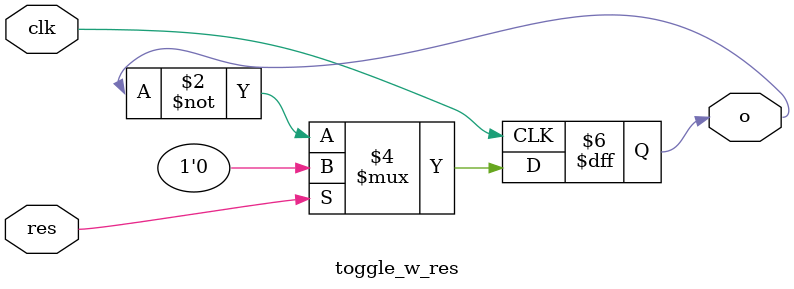
<source format=v>
module toggle_w_res (
    input clk,
    input res,
    output o
);

always @(posedge clk)
begin
    if (res)
    begin
        o <= 1'b0;
    end
    else
    begin
        o <= ~o;
    end
end


endmodule
</source>
